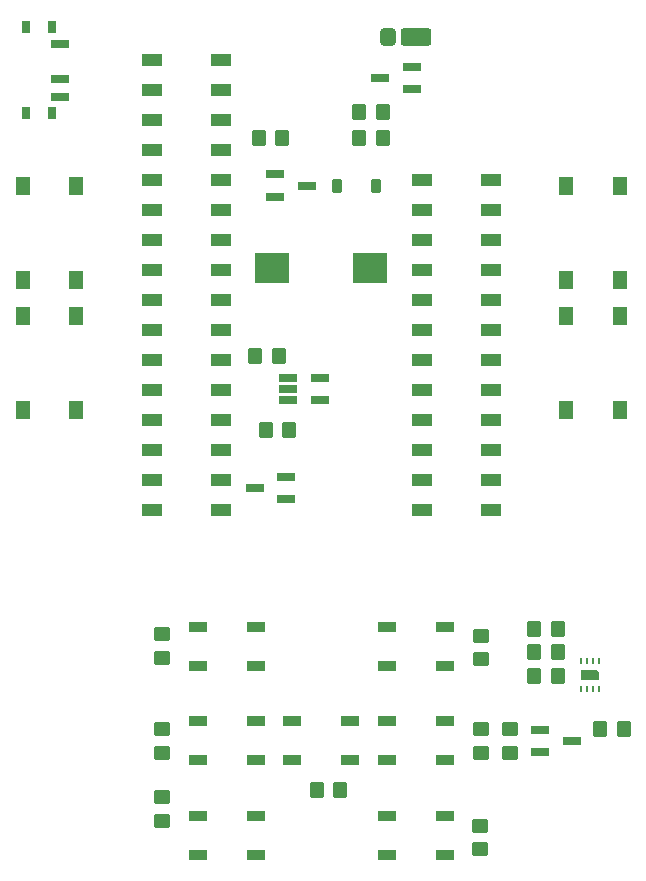
<source format=gtp>
G04 #@! TF.GenerationSoftware,KiCad,Pcbnew,7.0.7*
G04 #@! TF.CreationDate,2023-09-21T00:46:47-05:00*
G04 #@! TF.ProjectId,particle-bamf23-badge,70617274-6963-46c6-952d-62616d663233,v1.0*
G04 #@! TF.SameCoordinates,Original*
G04 #@! TF.FileFunction,Paste,Top*
G04 #@! TF.FilePolarity,Positive*
%FSLAX46Y46*%
G04 Gerber Fmt 4.6, Leading zero omitted, Abs format (unit mm)*
G04 Created by KiCad (PCBNEW 7.0.7) date 2023-09-21 00:46:47*
%MOMM*%
%LPD*%
G01*
G04 APERTURE LIST*
G04 Aperture macros list*
%AMRoundRect*
0 Rectangle with rounded corners*
0 $1 Rounding radius*
0 $2 $3 $4 $5 $6 $7 $8 $9 X,Y pos of 4 corners*
0 Add a 4 corners polygon primitive as box body*
4,1,4,$2,$3,$4,$5,$6,$7,$8,$9,$2,$3,0*
0 Add four circle primitives for the rounded corners*
1,1,$1+$1,$2,$3*
1,1,$1+$1,$4,$5*
1,1,$1+$1,$6,$7*
1,1,$1+$1,$8,$9*
0 Add four rect primitives between the rounded corners*
20,1,$1+$1,$2,$3,$4,$5,0*
20,1,$1+$1,$4,$5,$6,$7,0*
20,1,$1+$1,$6,$7,$8,$9,0*
20,1,$1+$1,$8,$9,$2,$3,0*%
%AMFreePoly0*
4,1,6,0.450000,-0.800000,-0.450000,-0.800000,-0.450000,0.530000,-0.180000,0.800000,0.450000,0.800000,0.450000,-0.800000,0.450000,-0.800000,$1*%
G04 Aperture macros list end*
%ADD10R,1.560000X0.650000*%
%ADD11RoundRect,0.250000X-0.450000X0.350000X-0.450000X-0.350000X0.450000X-0.350000X0.450000X0.350000X0*%
%ADD12R,1.300000X1.550000*%
%ADD13R,1.500000X0.900000*%
%ADD14RoundRect,0.250000X0.350000X0.450000X-0.350000X0.450000X-0.350000X-0.450000X0.350000X-0.450000X0*%
%ADD15FreePoly0,270.000000*%
%ADD16R,0.250000X0.550000*%
%ADD17R,0.800000X1.000000*%
%ADD18R,1.500000X0.700000*%
%ADD19R,1.780000X1.020000*%
%ADD20R,3.000000X2.600000*%
%ADD21RoundRect,0.250000X-0.350000X-0.450000X0.350000X-0.450000X0.350000X0.450000X-0.350000X0.450000X0*%
%ADD22RoundRect,0.250000X0.450000X-0.350000X0.450000X0.350000X-0.450000X0.350000X-0.450000X-0.350000X0*%
%ADD23RoundRect,0.250000X-1.050000X-0.500000X1.050000X-0.500000X1.050000X0.500000X-1.050000X0.500000X0*%
%ADD24RoundRect,0.309524X-0.340476X-0.440476X0.340476X-0.440476X0.340476X0.440476X-0.340476X0.440476X0*%
%ADD25RoundRect,0.225000X0.225000X0.375000X-0.225000X0.375000X-0.225000X-0.375000X0.225000X-0.375000X0*%
G04 APERTURE END LIST*
D10*
X134650000Y-66850000D03*
X134650000Y-64950000D03*
X131950000Y-65900000D03*
D11*
X140500000Y-113100000D03*
X140500000Y-115100000D03*
X113500000Y-121000000D03*
X113500000Y-123000000D03*
D12*
X106250000Y-86025000D03*
X106250000Y-93975000D03*
X101750000Y-86025000D03*
X101750000Y-93975000D03*
D13*
X132550000Y-112350000D03*
X132550000Y-115650000D03*
X137450000Y-115650000D03*
X137450000Y-112350000D03*
D14*
X147000000Y-116500000D03*
X145000000Y-116500000D03*
X123700000Y-71000000D03*
X121700000Y-71000000D03*
D15*
X149750000Y-116450000D03*
D16*
X150500000Y-115275000D03*
X150000000Y-115275000D03*
X149500000Y-115275000D03*
X149000000Y-115275000D03*
X149000000Y-117625000D03*
X149500000Y-117625000D03*
X150000000Y-117625000D03*
X150500000Y-117625000D03*
D10*
X123100000Y-74050000D03*
X123100000Y-75950000D03*
X125800000Y-75000000D03*
X145500000Y-121050000D03*
X145500000Y-122950000D03*
X148200000Y-122000000D03*
D17*
X104210000Y-61578885D03*
X102000000Y-61578885D03*
X104210000Y-68878885D03*
X102000000Y-68878885D03*
D18*
X104860000Y-62978885D03*
X104860000Y-65978885D03*
X104860000Y-67478885D03*
D19*
X112660000Y-64340000D03*
X118480000Y-64340000D03*
X112660000Y-66880000D03*
X118480000Y-66880000D03*
X112660000Y-69420000D03*
X118480000Y-69420000D03*
X112660000Y-71960000D03*
X118480000Y-71960000D03*
X112660000Y-74500000D03*
X118480000Y-74500000D03*
X112660000Y-77040000D03*
X118480000Y-77040000D03*
X112660000Y-79580000D03*
X118480000Y-79580000D03*
X112660000Y-82120000D03*
X118480000Y-82120000D03*
D20*
X131150000Y-82000000D03*
X122800000Y-82000000D03*
D21*
X150600000Y-121000000D03*
X152600000Y-121000000D03*
X130200000Y-71000000D03*
X132200000Y-71000000D03*
D11*
X140400000Y-129200000D03*
X140400000Y-131200000D03*
D21*
X126600000Y-126200000D03*
X128600000Y-126200000D03*
D14*
X147000000Y-112500000D03*
X145000000Y-112500000D03*
X123400000Y-89400000D03*
X121400000Y-89400000D03*
D11*
X113500000Y-113000000D03*
X113500000Y-115000000D03*
D19*
X112660000Y-84660000D03*
X118480000Y-84660000D03*
X112660000Y-87200000D03*
X118480000Y-87200000D03*
X112660000Y-89740000D03*
X118480000Y-89740000D03*
X112660000Y-92280000D03*
X118480000Y-92280000D03*
X112660000Y-94820000D03*
X118480000Y-94820000D03*
X112660000Y-97360000D03*
X118480000Y-97360000D03*
X112660000Y-99900000D03*
X118480000Y-99900000D03*
X112660000Y-102440000D03*
X118480000Y-102440000D03*
X135520000Y-74500000D03*
X141340000Y-74500000D03*
X135520000Y-77040000D03*
X141340000Y-77040000D03*
X135520000Y-79580000D03*
X141340000Y-79580000D03*
X135520000Y-82120000D03*
X141340000Y-82120000D03*
X135520000Y-84660000D03*
X141340000Y-84660000D03*
X135520000Y-87200000D03*
X141340000Y-87200000D03*
X135520000Y-89740000D03*
X141340000Y-89740000D03*
X135520000Y-92280000D03*
X141340000Y-92280000D03*
X135520000Y-94820000D03*
X141340000Y-94820000D03*
X135520000Y-97360000D03*
X141340000Y-97360000D03*
X135520000Y-99900000D03*
X141340000Y-99900000D03*
X135520000Y-102440000D03*
X141340000Y-102440000D03*
D12*
X106250000Y-75025000D03*
X106250000Y-82975000D03*
X101750000Y-75025000D03*
X101750000Y-82975000D03*
D22*
X143000000Y-123000000D03*
X143000000Y-121000000D03*
D13*
X116550000Y-128350000D03*
X116550000Y-131650000D03*
X121450000Y-131650000D03*
X121450000Y-128350000D03*
D12*
X147750000Y-82975000D03*
X147750000Y-75025000D03*
X152250000Y-82975000D03*
X152250000Y-75025000D03*
D10*
X124050000Y-101575000D03*
X124050000Y-99675000D03*
X121350000Y-100625000D03*
X124200000Y-91250000D03*
X124200000Y-92200000D03*
X124200000Y-93150000D03*
X126900000Y-93150000D03*
X126900000Y-91250000D03*
D22*
X113500000Y-128800000D03*
X113500000Y-126800000D03*
D21*
X122300000Y-95700000D03*
X124300000Y-95700000D03*
D13*
X132550000Y-128350000D03*
X132550000Y-131650000D03*
X137450000Y-131650000D03*
X137450000Y-128350000D03*
X124550000Y-120350000D03*
X124550000Y-123650000D03*
X129450000Y-123650000D03*
X129450000Y-120350000D03*
D23*
X135050000Y-62400000D03*
D24*
X132675000Y-62400000D03*
D13*
X116550000Y-112350000D03*
X116550000Y-115650000D03*
X121450000Y-115650000D03*
X121450000Y-112350000D03*
D11*
X140500000Y-121000000D03*
X140500000Y-123000000D03*
D12*
X147750000Y-93975000D03*
X147750000Y-86025000D03*
X152250000Y-93975000D03*
X152250000Y-86025000D03*
D14*
X132200000Y-68800000D03*
X130200000Y-68800000D03*
X147000000Y-114500000D03*
X145000000Y-114500000D03*
D25*
X131650000Y-75000000D03*
X128350000Y-75000000D03*
D13*
X116550000Y-120350000D03*
X116550000Y-123650000D03*
X121450000Y-123650000D03*
X121450000Y-120350000D03*
X132550000Y-120350000D03*
X132550000Y-123650000D03*
X137450000Y-123650000D03*
X137450000Y-120350000D03*
M02*

</source>
